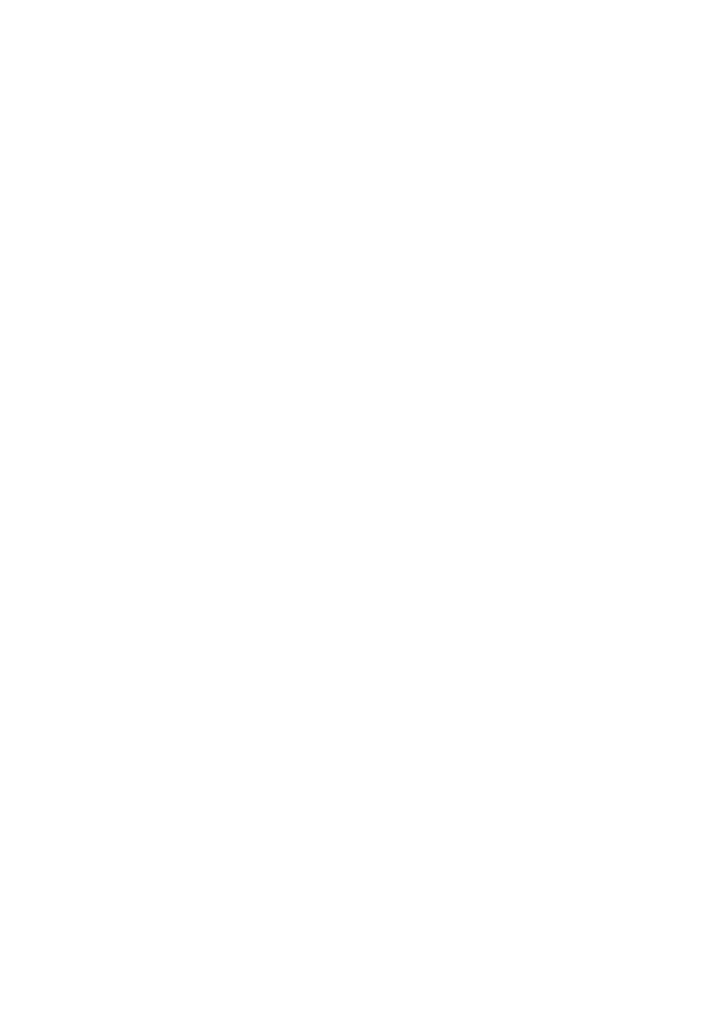
<source format=kicad_pcb>
(kicad_pcb (version 20171130) (host pcbnew "(5.1.5)-3")

  (general
    (thickness 1.6)
    (drawings 6)
    (tracks 0)
    (zones 0)
    (modules 0)
    (nets 1)
  )

  (page A2)
  (layers
    (0 F.Cu signal)
    (31 B.Cu signal)
    (32 B.Adhes user)
    (33 F.Adhes user)
    (34 B.Paste user)
    (35 F.Paste user)
    (36 B.SilkS user)
    (37 F.SilkS user)
    (38 B.Mask user)
    (39 F.Mask user)
    (40 Dwgs.User user)
    (41 Cmts.User user)
    (42 Eco1.User user)
    (43 Eco2.User user)
    (44 Edge.Cuts user)
    (45 Margin user)
    (46 B.CrtYd user)
    (47 F.CrtYd user)
    (48 B.Fab user)
    (49 F.Fab user)
  )

  (setup
    (last_trace_width 0.25)
    (user_trace_width 0.5)
    (user_trace_width 1)
    (user_trace_width 2)
    (user_trace_width 3)
    (user_trace_width 4)
    (user_trace_width 5)
    (trace_clearance 0.2)
    (zone_clearance 1)
    (zone_45_only no)
    (trace_min 0.2)
    (via_size 0.8)
    (via_drill 0.4)
    (via_min_size 0.4)
    (via_min_drill 0.3)
    (user_via 1 0.5)
    (user_via 2 1)
    (user_via 3 1.5)
    (user_via 4 2)
    (user_via 5 2.5)
    (uvia_size 0.3)
    (uvia_drill 0.1)
    (uvias_allowed no)
    (uvia_min_size 0.2)
    (uvia_min_drill 0.1)
    (edge_width 0.05)
    (segment_width 0.2)
    (pcb_text_width 0.3)
    (pcb_text_size 1.5 1.5)
    (mod_edge_width 0.12)
    (mod_text_size 1 1)
    (mod_text_width 0.15)
    (pad_size 1.524 1.524)
    (pad_drill 0.762)
    (pad_to_mask_clearance 0.051)
    (solder_mask_min_width 0.25)
    (aux_axis_origin 0 0)
    (visible_elements 7FFDFFFF)
    (pcbplotparams
      (layerselection 0x010f0_ffffffff)
      (usegerberextensions false)
      (usegerberattributes false)
      (usegerberadvancedattributes false)
      (creategerberjobfile false)
      (excludeedgelayer true)
      (linewidth 0.100000)
      (plotframeref false)
      (viasonmask false)
      (mode 1)
      (useauxorigin false)
      (hpglpennumber 1)
      (hpglpenspeed 20)
      (hpglpendiameter 15.000000)
      (psnegative false)
      (psa4output false)
      (plotreference true)
      (plotvalue true)
      (plotinvisibletext false)
      (padsonsilk false)
      (subtractmaskfromsilk false)
      (outputformat 1)
      (mirror false)
      (drillshape 0)
      (scaleselection 1)
      (outputdirectory "output/"))
  )

  (net 0 "")

  (net_class Default "This is the default net class."
    (clearance 0.2)
    (trace_width 0.25)
    (via_dia 0.8)
    (via_drill 0.4)
    (uvia_dia 0.3)
    (uvia_drill 0.1)
  )

  (gr_text "This end toward PCB --->" (at 190 165) (layer Dwgs.User)
    (effects (font (size 2 2) (thickness 0.2)))
  )
  (gr_text TRANSFORMER (at 155 160 90) (layer Dwgs.User)
    (effects (font (size 9 9) (thickness 0.5)))
  )
  (gr_line (start 215 110) (end 145 110) (layer Dwgs.User) (width 0.15) (tstamp 5F7C1799))
  (gr_line (start 215 210) (end 215 110) (layer Dwgs.User) (width 0.15))
  (gr_line (start 145 210) (end 215 210) (layer Dwgs.User) (width 0.15))
  (gr_line (start 145 110) (end 145 210) (layer Dwgs.User) (width 0.15))

)

</source>
